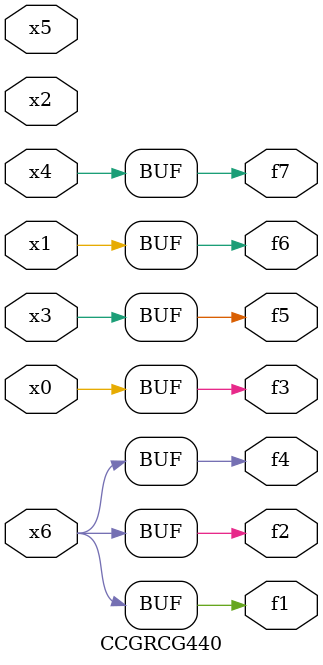
<source format=v>
module CCGRCG440(
	input x0, x1, x2, x3, x4, x5, x6,
	output f1, f2, f3, f4, f5, f6, f7
);
	assign f1 = x6;
	assign f2 = x6;
	assign f3 = x0;
	assign f4 = x6;
	assign f5 = x3;
	assign f6 = x1;
	assign f7 = x4;
endmodule

</source>
